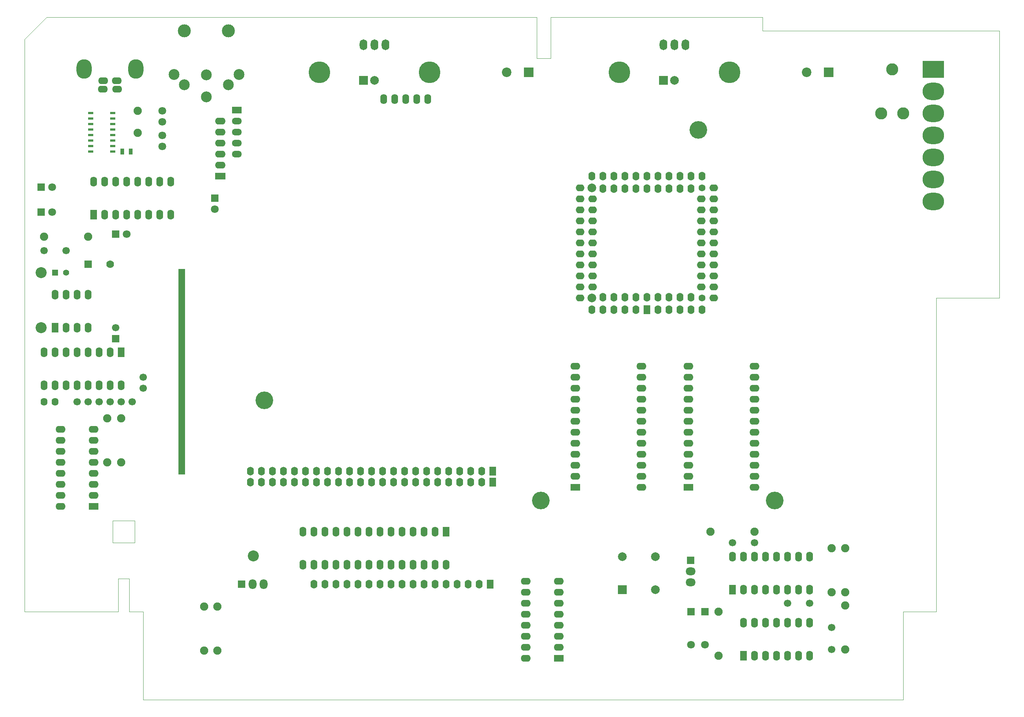
<source format=gts>
G04 (created by PCBNEW (2013-07-07 BZR 4022)-stable) date 07/01/2023 15:27:14*
%MOIN*%
G04 Gerber Fmt 3.4, Leading zero omitted, Abs format*
%FSLAX34Y34*%
G01*
G70*
G90*
G04 APERTURE LIST*
%ADD10C,0.00590551*%
%ADD11C,0.00393701*%
%ADD12R,0.19685X0.15748*%
%ADD13O,0.19685X0.15748*%
%ADD14R,0.0649606X1.87008*%
%ADD15R,0.0787402X0.0787402*%
%ADD16C,0.0787402*%
%ADD17C,0.0748031*%
%ADD18R,0.09X0.062*%
%ADD19O,0.09X0.062*%
%ADD20C,0.19685*%
%ADD21O,0.0905512X0.0629921*%
%ADD22O,0.137795X0.177165*%
%ADD23R,0.062X0.09*%
%ADD24O,0.062X0.09*%
%ADD25O,0.07X0.0984252*%
%ADD26R,0.0629921X0.0787402*%
%ADD27O,0.0629921X0.0787402*%
%ADD28O,0.0787402X0.0629921*%
%ADD29C,0.0629921*%
%ADD30O,0.0629921X0.0905512*%
%ADD31R,0.0866142X0.0866142*%
%ADD32C,0.0866142*%
%ADD33C,0.0669291*%
%ADD34C,0.0708661*%
%ADD35R,0.035X0.055*%
%ADD36C,0.0984252*%
%ADD37C,0.11811*%
%ADD38R,0.0944882X0.0629921*%
%ADD39O,0.0944882X0.0629921*%
%ADD40R,0.0708661X0.0708661*%
%ADD41O,0.0905512X0.0708661*%
%ADD42C,0.110236*%
%ADD43R,0.045X0.02*%
%ADD44R,0.0669291X0.0669291*%
%ADD45O,0.0629921X0.0708661*%
%ADD46R,0.055X0.055*%
%ADD47C,0.055*%
%ADD48C,0.1*%
%ADD49C,0.16*%
%ADD50O,0.0708661X0.0905512*%
%ADD51R,0.07X0.07*%
%ADD52C,0.07*%
%ADD53R,0.0905512X0.0590551*%
%ADD54O,0.0905512X0.0590551*%
G04 APERTURE END LIST*
G54D10*
G54D11*
X8000Y-45750D02*
X8000Y-47750D01*
X10000Y-45750D02*
X8000Y-45750D01*
X10000Y-47750D02*
X10000Y-45750D01*
X8000Y-47750D02*
X10000Y-47750D01*
X8500Y-54000D02*
X0Y-54000D01*
X9500Y-54000D02*
X10750Y-54000D01*
X9500Y-51000D02*
X9500Y-54000D01*
X8500Y-51000D02*
X9500Y-51000D01*
X8500Y-54000D02*
X8500Y-51000D01*
X88500Y-1250D02*
X88500Y-25500D01*
X67000Y-1250D02*
X88500Y-1250D01*
X67000Y0D02*
X67000Y-1250D01*
X47750Y0D02*
X67000Y0D01*
X46500Y0D02*
X2000Y0D01*
X47750Y-3750D02*
X47750Y0D01*
X46500Y-3750D02*
X47750Y-3750D01*
X46500Y0D02*
X46500Y-3750D01*
X0Y-2000D02*
X2000Y0D01*
X0Y-54000D02*
X0Y-2000D01*
X10750Y-62000D02*
X10750Y-54000D01*
X79750Y-62000D02*
X10750Y-62000D01*
X82750Y-25500D02*
X88500Y-25500D01*
X82750Y-54000D02*
X82750Y-25500D01*
X79750Y-54000D02*
X82750Y-54000D01*
X79750Y-62000D02*
X79750Y-54000D01*
G54D12*
X82500Y-4750D03*
G54D13*
X82500Y-6750D03*
X82500Y-8750D03*
X82500Y-10750D03*
X82500Y-12750D03*
X82500Y-14750D03*
X82500Y-16750D03*
G54D14*
X14250Y-32200D03*
G54D15*
X54250Y-52000D03*
G54D16*
X54250Y-49000D03*
X57250Y-49000D03*
X57250Y-52000D03*
G54D17*
X10250Y-10500D03*
X10250Y-8500D03*
G54D18*
X48500Y-58250D03*
G54D19*
X48500Y-57250D03*
X48500Y-56250D03*
X48500Y-55250D03*
X48500Y-54250D03*
X48500Y-53250D03*
X48500Y-52250D03*
X48500Y-51250D03*
X45500Y-51250D03*
X45500Y-52250D03*
X45500Y-53250D03*
X45500Y-54250D03*
X45500Y-55250D03*
X45500Y-56250D03*
X45500Y-57250D03*
X45500Y-58250D03*
G54D20*
X64000Y-5000D03*
X54000Y-5000D03*
G54D21*
X7112Y-6550D03*
X8387Y-6550D03*
X8368Y-5763D03*
X7131Y-5763D03*
G54D22*
X5388Y-4700D03*
X10112Y-4700D03*
G54D23*
X2750Y-28200D03*
G54D24*
X3750Y-28200D03*
X4750Y-28200D03*
X5750Y-28200D03*
X5750Y-25200D03*
X4750Y-25200D03*
X3750Y-25200D03*
X2750Y-25200D03*
G54D25*
X32750Y-2500D03*
X31750Y-2500D03*
X30750Y-2500D03*
G54D23*
X64250Y-52000D03*
G54D24*
X65250Y-52000D03*
X66250Y-52000D03*
X67250Y-52000D03*
X68250Y-52000D03*
X69250Y-52000D03*
X70250Y-52000D03*
X71250Y-52000D03*
X71250Y-49000D03*
X70250Y-49000D03*
X69250Y-49000D03*
X68250Y-49000D03*
X67250Y-49000D03*
X66250Y-49000D03*
X65250Y-49000D03*
X64250Y-49000D03*
G54D26*
X56500Y-26578D03*
G54D27*
X56500Y-25421D03*
X55500Y-26578D03*
X55500Y-25421D03*
X54500Y-26578D03*
X54500Y-25421D03*
X53500Y-26578D03*
X53500Y-25421D03*
X52500Y-26578D03*
X52500Y-25421D03*
X51500Y-26578D03*
G54D28*
X50421Y-25500D03*
G54D16*
X51500Y-25500D03*
G54D28*
X50421Y-24500D03*
X51578Y-24500D03*
X50421Y-23500D03*
X51578Y-23500D03*
X50421Y-22500D03*
X51578Y-22500D03*
X50421Y-21500D03*
X51578Y-21500D03*
X50421Y-20500D03*
X51578Y-20500D03*
X50421Y-19500D03*
X51578Y-19500D03*
X50421Y-18500D03*
X51578Y-18500D03*
X50421Y-17500D03*
X51578Y-17500D03*
X50421Y-16500D03*
X51578Y-16500D03*
X50421Y-15500D03*
G54D27*
X51500Y-14421D03*
G54D16*
X51500Y-15500D03*
G54D27*
X52500Y-14421D03*
X52500Y-15578D03*
X53500Y-14421D03*
X53500Y-15578D03*
X54500Y-14421D03*
X54500Y-15578D03*
X55500Y-14421D03*
X55500Y-15578D03*
X56500Y-14421D03*
X56500Y-15578D03*
X57500Y-14421D03*
X57500Y-15578D03*
X58500Y-14421D03*
X58500Y-15578D03*
X59500Y-14421D03*
X59500Y-15578D03*
X60500Y-14421D03*
X60500Y-15578D03*
X61500Y-14421D03*
G54D28*
X62578Y-15500D03*
G54D29*
X61500Y-15500D03*
G54D28*
X62578Y-16500D03*
X61421Y-16500D03*
X62578Y-17500D03*
X61421Y-17500D03*
X62578Y-18500D03*
X61421Y-18500D03*
X62578Y-19500D03*
X61421Y-19500D03*
X62578Y-20500D03*
X61421Y-20500D03*
X62578Y-21500D03*
X61421Y-21500D03*
X62578Y-22500D03*
X61421Y-22500D03*
X62578Y-23500D03*
X61421Y-23500D03*
X62578Y-24500D03*
X61421Y-24500D03*
X62578Y-25500D03*
G54D27*
X61500Y-26578D03*
G54D29*
X61500Y-25500D03*
G54D27*
X60500Y-26578D03*
X60500Y-25421D03*
X59500Y-26578D03*
X59500Y-25421D03*
X58500Y-26578D03*
X58500Y-25421D03*
X57500Y-26578D03*
X57500Y-25421D03*
G54D18*
X50000Y-42700D03*
G54D19*
X50000Y-41700D03*
X50000Y-40700D03*
X50000Y-39700D03*
X50000Y-38700D03*
X50000Y-37700D03*
X50000Y-36700D03*
X50000Y-35700D03*
X50000Y-34700D03*
X50000Y-33700D03*
X50000Y-32700D03*
X50000Y-31700D03*
X56000Y-31700D03*
X56000Y-32700D03*
X56000Y-33700D03*
X56000Y-34700D03*
X56000Y-35700D03*
X56000Y-36700D03*
X56000Y-37700D03*
X56000Y-38700D03*
X56000Y-39700D03*
X56000Y-40700D03*
X56000Y-41700D03*
X56000Y-42700D03*
G54D18*
X6250Y-44450D03*
G54D19*
X6250Y-43450D03*
X6250Y-42450D03*
X6250Y-41450D03*
X6250Y-40450D03*
X6250Y-39450D03*
X6250Y-38450D03*
X6250Y-37450D03*
X3250Y-37450D03*
X3250Y-38450D03*
X3250Y-39450D03*
X3250Y-40450D03*
X3250Y-41450D03*
X3250Y-42450D03*
X3250Y-43450D03*
X3250Y-44450D03*
G54D23*
X65250Y-58000D03*
G54D24*
X66250Y-58000D03*
X67250Y-58000D03*
X68250Y-58000D03*
X69250Y-58000D03*
X70250Y-58000D03*
X71250Y-58000D03*
X71250Y-55000D03*
X70250Y-55000D03*
X69250Y-55000D03*
X68250Y-55000D03*
X67250Y-55000D03*
X66250Y-55000D03*
X65250Y-55000D03*
G54D25*
X60000Y-2500D03*
X59000Y-2500D03*
X58000Y-2500D03*
G54D24*
X37250Y-46750D03*
X36250Y-46750D03*
X35250Y-46750D03*
X34250Y-46750D03*
X33250Y-46750D03*
X32250Y-46750D03*
X31250Y-46750D03*
X30250Y-46750D03*
X29250Y-46750D03*
X28250Y-46750D03*
X27250Y-46750D03*
X26250Y-46750D03*
X25250Y-46750D03*
G54D23*
X38250Y-46750D03*
G54D24*
X25250Y-49750D03*
X26250Y-49750D03*
X27250Y-49750D03*
X28250Y-49750D03*
X29250Y-49750D03*
X30250Y-49750D03*
X31250Y-49750D03*
X32250Y-49750D03*
X33250Y-49750D03*
X34250Y-49750D03*
X35250Y-49750D03*
X36250Y-49750D03*
X37250Y-49750D03*
X38250Y-49750D03*
G54D20*
X36750Y-5000D03*
X26750Y-5000D03*
G54D30*
X32600Y-7450D03*
X33600Y-7450D03*
X34600Y-7450D03*
X35600Y-7450D03*
X36600Y-7450D03*
G54D17*
X73250Y-48250D03*
X73250Y-52250D03*
X62250Y-46750D03*
X66250Y-46750D03*
X63000Y-58000D03*
X63000Y-54000D03*
G54D31*
X45750Y-5000D03*
G54D32*
X43750Y-5000D03*
G54D31*
X73000Y-5000D03*
G54D32*
X71000Y-5000D03*
G54D33*
X71250Y-53250D03*
X69250Y-53250D03*
X64250Y-47750D03*
X66250Y-47750D03*
G54D15*
X30750Y-5750D03*
G54D16*
X31750Y-5750D03*
G54D15*
X58000Y-5750D03*
G54D16*
X59000Y-5750D03*
G54D34*
X12500Y-8500D03*
X12500Y-9500D03*
X12500Y-11750D03*
X12500Y-10750D03*
G54D35*
X8875Y-12200D03*
X9625Y-12200D03*
G54D26*
X42500Y-41250D03*
G54D27*
X37500Y-41250D03*
X36500Y-41250D03*
X35500Y-41250D03*
X34500Y-41250D03*
X33500Y-41250D03*
X32500Y-41250D03*
X31500Y-41250D03*
X30500Y-41250D03*
X29500Y-41250D03*
X28500Y-41250D03*
X27500Y-41250D03*
X26500Y-41250D03*
X25500Y-41250D03*
X24500Y-41250D03*
X41500Y-41250D03*
X40500Y-41250D03*
X39500Y-41250D03*
X38500Y-41250D03*
X23500Y-41250D03*
X22500Y-41250D03*
X21500Y-41250D03*
X20500Y-41250D03*
G54D26*
X42500Y-42250D03*
G54D27*
X37500Y-42250D03*
X36500Y-42250D03*
X35500Y-42250D03*
X34500Y-42250D03*
X33500Y-42250D03*
X32500Y-42250D03*
X31500Y-42250D03*
X30500Y-42250D03*
X29500Y-42250D03*
X28500Y-42250D03*
X27500Y-42250D03*
X26500Y-42250D03*
X25500Y-42250D03*
X24500Y-42250D03*
X41500Y-42250D03*
X40500Y-42250D03*
X39500Y-42250D03*
X38500Y-42250D03*
X23500Y-42250D03*
X22500Y-42250D03*
X21500Y-42250D03*
X20500Y-42250D03*
G54D36*
X19450Y-5200D03*
X14500Y-6150D03*
X16500Y-5250D03*
X13550Y-5200D03*
X18500Y-6150D03*
G54D37*
X14500Y-1250D03*
X18500Y-1250D03*
G54D36*
X16500Y-7250D03*
G54D38*
X17750Y-14450D03*
G54D39*
X17750Y-13450D03*
X17750Y-12450D03*
X17750Y-11450D03*
X17750Y-10450D03*
X17750Y-9450D03*
G54D40*
X60450Y-49350D03*
G54D41*
X60450Y-50350D03*
X60450Y-51350D03*
G54D33*
X1750Y-21200D03*
X3750Y-21200D03*
G54D42*
X77750Y-8750D03*
X78750Y-4750D03*
X79750Y-8750D03*
G54D18*
X60250Y-42700D03*
G54D19*
X60250Y-41700D03*
X60250Y-40700D03*
X60250Y-39700D03*
X60250Y-38700D03*
X60250Y-37700D03*
X60250Y-36700D03*
X60250Y-35700D03*
X60250Y-34700D03*
X60250Y-33700D03*
X60250Y-32700D03*
X60250Y-31700D03*
X66250Y-31700D03*
X66250Y-32700D03*
X66250Y-33700D03*
X66250Y-34700D03*
X66250Y-35700D03*
X66250Y-36700D03*
X66250Y-37700D03*
X66250Y-38700D03*
X66250Y-39700D03*
X66250Y-40700D03*
X66250Y-41700D03*
X66250Y-42700D03*
G54D23*
X6250Y-17950D03*
G54D24*
X7250Y-17950D03*
X8250Y-17950D03*
X9250Y-17950D03*
X10250Y-17950D03*
X11250Y-17950D03*
X12250Y-17950D03*
X13250Y-17950D03*
X13250Y-14950D03*
X12250Y-14950D03*
X11250Y-14950D03*
X10250Y-14950D03*
X9250Y-14950D03*
X8250Y-14950D03*
X7250Y-14950D03*
X6250Y-14950D03*
G54D43*
X8000Y-12200D03*
X8000Y-11700D03*
X8000Y-11200D03*
X8000Y-10700D03*
X8000Y-10200D03*
X8000Y-9700D03*
X8000Y-9200D03*
X8000Y-8700D03*
X6000Y-8700D03*
X6000Y-9200D03*
X6000Y-9700D03*
X6000Y-10200D03*
X6000Y-10700D03*
X6000Y-11200D03*
X6000Y-11700D03*
X6000Y-12200D03*
G54D40*
X1500Y-15450D03*
G54D34*
X2500Y-15450D03*
G54D40*
X8250Y-19700D03*
G54D34*
X9250Y-19700D03*
G54D40*
X1500Y-17700D03*
G54D34*
X2500Y-17700D03*
G54D40*
X17250Y-16450D03*
G54D34*
X17250Y-17450D03*
G54D26*
X42250Y-51500D03*
G54D27*
X37250Y-51500D03*
X36250Y-51500D03*
X35250Y-51500D03*
X34250Y-51500D03*
X33250Y-51500D03*
X32250Y-51500D03*
X31250Y-51500D03*
X30250Y-51500D03*
X29250Y-51500D03*
X28250Y-51500D03*
X27250Y-51500D03*
X41250Y-51500D03*
X40250Y-51500D03*
X39250Y-51500D03*
X38250Y-51500D03*
X26250Y-51500D03*
G54D33*
X4750Y-34950D03*
X5750Y-34950D03*
X6750Y-34950D03*
X7750Y-34950D03*
X8750Y-34950D03*
X9750Y-34950D03*
X10750Y-33700D03*
X10750Y-32700D03*
G54D23*
X8750Y-30450D03*
G54D24*
X7750Y-30450D03*
X6750Y-30450D03*
X5750Y-30450D03*
X4750Y-30450D03*
X3750Y-30450D03*
X2750Y-30450D03*
X1750Y-30450D03*
X1750Y-33450D03*
X2750Y-33450D03*
X3750Y-33450D03*
X4750Y-33450D03*
X5750Y-33450D03*
X6750Y-33450D03*
X7750Y-33450D03*
X8750Y-33450D03*
G54D44*
X8250Y-29200D03*
G54D33*
X8250Y-28200D03*
G54D45*
X2750Y-34950D03*
X1750Y-34950D03*
G54D17*
X7500Y-40450D03*
X7500Y-36450D03*
G54D46*
X2750Y-23200D03*
G54D47*
X3750Y-23200D03*
G54D48*
X1500Y-28200D03*
X1500Y-23200D03*
G54D49*
X21750Y-34800D03*
X46850Y-43900D03*
X61150Y-10250D03*
X68100Y-43900D03*
G54D17*
X74500Y-53450D03*
X74500Y-57450D03*
X74500Y-52250D03*
X74500Y-48250D03*
G54D33*
X73250Y-55450D03*
X73250Y-57450D03*
G54D17*
X16300Y-57550D03*
X16300Y-53550D03*
X17500Y-57550D03*
X17500Y-53550D03*
G54D40*
X19700Y-51500D03*
G54D50*
X20700Y-51500D03*
X21700Y-51500D03*
G54D17*
X8750Y-40450D03*
X8750Y-36450D03*
X5750Y-19950D03*
X1750Y-19950D03*
G54D51*
X5750Y-22450D03*
G54D52*
X7750Y-22450D03*
G54D40*
X61750Y-54000D03*
G54D34*
X61750Y-57000D03*
G54D40*
X60500Y-54000D03*
G54D34*
X60500Y-57000D03*
G54D53*
X19250Y-8450D03*
G54D54*
X19250Y-9450D03*
X19250Y-10450D03*
X19250Y-11450D03*
X19250Y-12450D03*
G54D48*
X20750Y-48950D03*
M02*

</source>
